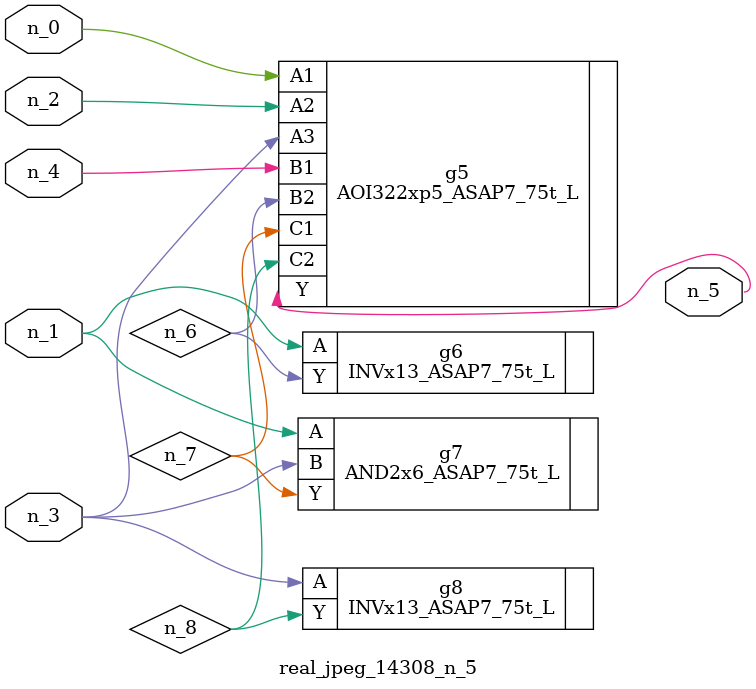
<source format=v>
module real_jpeg_14308_n_5 (n_4, n_0, n_1, n_2, n_3, n_5);

input n_4;
input n_0;
input n_1;
input n_2;
input n_3;

output n_5;

wire n_8;
wire n_6;
wire n_7;

AOI322xp5_ASAP7_75t_L g5 ( 
.A1(n_0),
.A2(n_2),
.A3(n_3),
.B1(n_4),
.B2(n_6),
.C1(n_7),
.C2(n_8),
.Y(n_5)
);

INVx13_ASAP7_75t_L g6 ( 
.A(n_1),
.Y(n_6)
);

AND2x6_ASAP7_75t_L g7 ( 
.A(n_1),
.B(n_3),
.Y(n_7)
);

INVx13_ASAP7_75t_L g8 ( 
.A(n_3),
.Y(n_8)
);


endmodule
</source>
